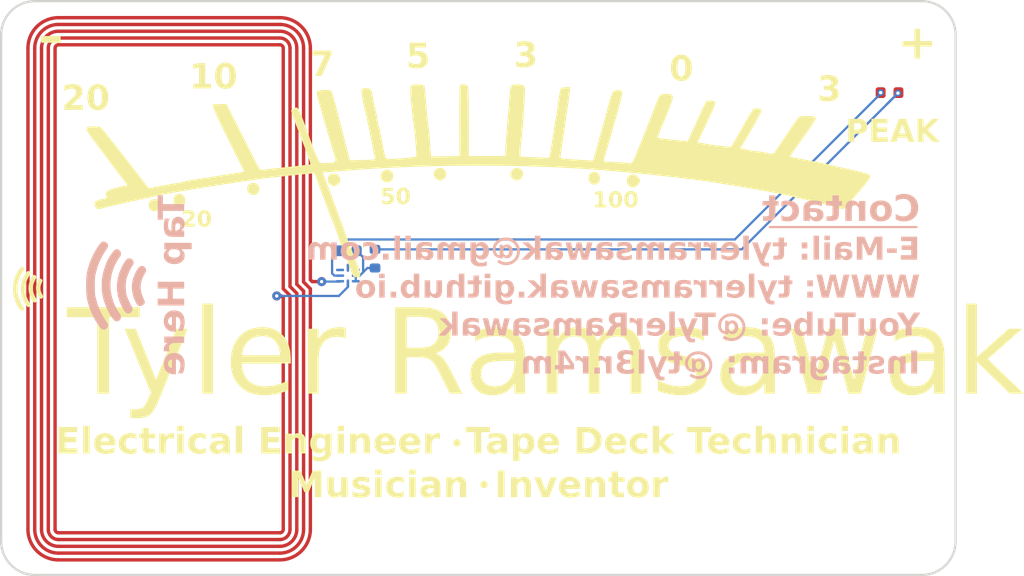
<source format=kicad_pcb>
(kicad_pcb (version 20241229) (generator "pcbnew") (generator_version "9.0")
  (layers (0 "F.Cu" signal) (2 "B.Cu" signal) (13 "F.Paste" user) (15 "B.Paste" user) (5 "F.SilkS" user "F.Silkscreen") (7 "B.SilkS" user "B.Silkscreen") (1 "F.Mask" user) (3 "B.Mask" user) (25 "Edge.Cuts" user))
  (net 0 "")
  (net 1 "Net-(D1-K)")
  (net 2 "Net-(U1-VCC)")
  (net 3 "Net-(D1-A)")
  (net 5 "Net-(U1-LB)")
  (net 6 "Net-(U1-LA)")
  (footprint "LED_SMD:LED_0603_1608Metric" (layer "F.Cu") (at 160.4 72.1)
    (property "Reference" "D1" (hide yes))
    (property "Value" "LED")
    (pad "1" smd roundrect (at -0.7875 0) (size 0.875 0.95) (layers "F.Cu" "F.Mask" "F.Paste") (net 1 "Net-(D1-K)"))
    (pad "2" smd roundrect (at 0.7875 0) (size 0.875 0.95) (layers "F.Cu" "F.Mask" "F.Paste") (net 3 "Net-(D1-A)"))
  )
  (footprint "card:VU_logo" (layer "F.Cu") (at 123.754024 86.852143)
    (property "Reference" "G***" (hide yes))
    (property "Value" "LOGO" (hide yes))
    (fp_poly (pts (xy -26.09106 -5.791829) (xy -25.882271 -5.670644) (xy -25.735281 -5.436045) (xy -25.696194 -5.26693) (xy -25.72743 -4.976556) (xy -25.877685 -4.770471) (xy -26.108965 -4.669563) (xy -26.38327 -4.694721) (xy -26.566495 -4.788468) (xy -26.722183 -4.987339) (xy -26.754667 -5.195619) (xy -26.693453 -5.501494) (xy -26.536129 -5.704594) (xy -26.322172 -5.802259)) (fill yes) (layer "F.SilkS"))
    (fp_poly (pts (xy -19.363106 -6.689991) (xy -19.274789 -6.6185) (xy -19.153557 -6.381903) (xy -19.144688 -6.112738) (xy -19.244147 -5.879364) (xy -19.322839 -5.804468) (xy -19.559938 -5.689605) (xy -19.799206 -5.705549) (xy -19.981334 -5.781679) (xy -20.154349 -5.952946) (xy -20.227558 -6.20183) (xy -20.191492 -6.462724) (xy -20.101167 -6.61192) (xy -19.885215 -6.740547) (xy -19.613621 -6.766775)) (fill yes) (layer "F.SilkS"))
    (fp_poly (pts (xy 14.15787 -7.46772) (xy 14.375378 -7.300746) (xy 14.526743 -7.088215) (xy 14.562666 -6.942667) (xy 14.490662 -6.730114) (xy 14.312846 -6.525869) (xy 14.086514 -6.383733) (xy 13.931515 -6.35) (xy 13.709327 -6.409017) (xy 13.546666 -6.519334) (xy 13.405271 -6.760104) (xy 13.391031 -7.029181) (xy 13.486107 -7.279474) (xy 13.672663 -7.463888) (xy 13.931515 -7.535334)) (fill yes) (layer "F.SilkS"))
    (fp_poly (pts (xy -28.056478 -5.252877) (xy -27.988381 -5.200953) (xy -27.875516 -4.981347) (xy -27.872652 -4.709597) (xy -27.97644 -4.459359) (xy -28.024667 -4.402667) (xy -28.260581 -4.265615) (xy -28.531865 -4.245925) (xy -28.76977 -4.344857) (xy -28.815878 -4.388167) (xy -28.931352 -4.620542) (xy -28.943042 -4.895472) (xy -28.852354 -5.136024) (xy -28.801167 -5.193878) (xy -28.575784 -5.305569) (xy -28.30083 -5.325468)) (fill yes) (layer "F.SilkS"))
    (fp_poly (pts (xy -2.835877 -8.002838) (xy -2.75728 -7.929643) (xy -2.577873 -7.675612) (xy -2.566416 -7.432822) (xy -2.723005 -7.190183) (xy -2.76403 -7.150291) (xy -3.00723 -6.980415) (xy -3.231854 -6.965418) (xy -3.483144 -7.10333) (xy -3.502249 -7.118146) (xy -3.684285 -7.348292) (xy -3.723913 -7.605526) (xy -3.632891 -7.846885) (xy -3.422976 -8.029403) (xy -3.234993 -8.094835) (xy -3.018278 -8.102861)) (fill yes) (layer "F.SilkS"))
    (fp_poly (pts (xy 3.742992 -8.094835) (xy 4.033786 -7.96969) (xy 4.194304 -7.756675) (xy 4.213615 -7.488052) (xy 4.080784 -7.196083) (xy 4.057854 -7.165752) (xy 3.828504 -6.982195) (xy 3.571181 -6.960906) (xy 3.307687 -7.1023) (xy 3.255818 -7.150485) (xy 3.082299 -7.40166) (xy 3.076577 -7.648339) (xy 3.238795 -7.90236) (xy 3.265279 -7.929643) (xy 3.456805 -8.078838) (xy 3.650424 -8.108841)) (fill yes) (layer "F.SilkS"))
    (fp_poly (pts (xy -12.192958 -7.491837) (xy -12.031786 -7.304409) (xy -11.964731 -7.072947) (xy -12.007876 -6.83423) (xy -12.177304 -6.625032) (xy -12.283224 -6.558276) (xy -12.45885 -6.469195) (xy -12.56321 -6.447435) (xy -12.679333 -6.490552) (xy -12.783261 -6.543548) (xy -12.993882 -6.725361) (xy -13.093785 -6.968577) (xy -13.085287 -7.224764) (xy -12.970705 -7.445492) (xy -12.752356 -7.582328) (xy -12.733323 -7.587494) (xy -12.432165 -7.598458)) (fill yes) (layer "F.SilkS"))
    (fp_poly (pts (xy 10.77404 -7.683799) (xy 10.789749 -7.67356) (xy 10.951605 -7.477153) (xy 11.014978 -7.208024) (xy 10.975314 -6.934344) (xy 10.851833 -6.744123) (xy 10.610822 -6.62242) (xy 10.346057 -6.629248) (xy 10.130788 -6.758834) (xy 10.035919 -6.946612) (xy 9.991184 -7.198442) (xy 9.990666 -7.22587) (xy 10.012516 -7.44645) (xy 10.109795 -7.57976) (xy 10.281749 -7.676881) (xy 10.484671 -7.761568) (xy 10.62139 -7.764053)) (fill yes) (layer "F.SilkS"))
    (fp_poly (pts (xy -7.698998 -7.908892) (xy -7.484072 -7.794419) (xy -7.34613 -7.670826) (xy -7.283328 -7.447479) (xy -7.317916 -7.180788) (xy -7.437595 -6.956413) (xy -7.450667 -6.942667) (xy -7.700072 -6.794568) (xy -7.971522 -6.805189) (xy -8.23449 -6.972282) (xy -8.263824 -7.002522) (xy -8.41243 -7.21528) (xy -8.430395 -7.41707) (xy -8.423982 -7.447022) (xy -8.314835 -7.663332) (xy -8.130467 -7.850946) (xy -7.931635 -7.951904) (xy -7.889601 -7.956785)) (fill yes) (layer "F.SilkS"))
    (fp_poly (pts (xy -0.835731 -15.446568) (xy -0.689489 -15.345163) (xy -0.680313 -15.330233) (xy -0.654904 -15.195776) (xy -0.633531 -14.899826) (xy -0.616409 -14.450183) (xy -0.603752 -13.854643) (xy -0.595777 -13.121005) (xy -0.592698 -12.257068) (xy -0.592667 -12.155233) (xy -0.592667 -9.144) (xy 1.016 -9.144) (xy 2.624666 -9.144) (xy 2.625798 -9.5885) (xy 2.633563 -9.800981) (xy 2.654697 -10.151395) (xy 2.68698 -10.609062) (xy 2.72819 -11.1433) (xy 2.776106 -11.723429) (xy 2.802021 -12.022667) (xy 2.85462 -12.62882) (xy 2.904384 -13.217945) (xy 2.948532 -13.755907) (xy 2.984283 -14.20857) (xy 3.008856 -14.541798) (xy 3.015431 -14.642123) (xy 3.044309 -14.961226) (xy 3.084872 -15.217795) (xy 3.128897 -15.361389) (xy 3.133826 -15.368398) (xy 3.276008 -15.43687) (xy 3.522081 -15.474562) (xy 3.809225 -15.480385) (xy 4.074621 -15.453248) (xy 4.25545 -15.392061) (xy 4.261307 -15.38797) (xy 4.308556 -15.346476) (xy 4.343147 -15.286721) (xy 4.365249 -15.188138) (xy 4.375027 -15.030165) (xy 4.372648 -14.792236) (xy 4.358278 -14.453787) (xy 4.332084 -13.994253) (xy 4.294233 -13.393072) (xy 4.279334 -13.161967) (xy 4.237747 -12.548598) (xy 4.194403 -11.96246) (xy 4.151834 -11.434036) (xy 4.112571 -10.993806) (xy 4.079143 -10.672253) (xy 4.061693 -10.541) (xy 4.014701 -10.15945) (xy 3.985117 -9.751996) (xy 3.979972 -9.558731) (xy 3.979333 -9.084462) (xy 5.1435 -9.037544) (xy 5.578378 -9.018321) (xy 5.957854 -8.99838) (xy 6.247008 -8.979787) (xy 6.410923 -8.964608) (xy 6.428704 -8.96148) (xy 6.477512 -8.984044) (xy 6.526309 -9.088153) (xy 6.579259 -9.292163) (xy 6.640526 -9.614431) (xy 6.714276 -10.073313) (xy 6.777451 -10.498667) (xy 6.856463 -11.031682) (xy 6.93471 -11.540851) (xy 7.00625 -11.988851) (xy 7.065143 -12.338357) (xy 7.100932 -12.530667) (xy 7.163836 -12.867155) (xy 7.215938 -13.198358) (xy 7.233182 -13.335) (xy 7.288564 -13.789132) (xy 7.353575 -14.228585) (xy 7.421826 -14.618003) (xy 7.486925 -14.922025) (xy 7.542482 -15.105294) (xy 7.558335 -15.134167) (xy 7.687774 -15.198709) (xy 7.916181 -15.236184) (xy 8.019892 -15.24) (xy 8.39905 -15.24) (xy 8.356716 -14.880167) (xy 8.33646 -14.728142) (xy 8.294977 -14.432284) (xy 8.235706 -14.016286) (xy 8.162083 -13.503841) (xy 8.077549 -12.918644) (xy 7.985542 -12.284387) (xy 7.8895 -11.624765) (xy 7.792862 -10.963472) (xy 7.699066 -10.3242) (xy 7.611551 -9.730643) (xy 7.533755 -9.206496) (xy 7.518206 -9.102318) (xy 7.521635 -9.014714) (xy 7.586046 -8.957808) (xy 7.744654 -8.91942) (xy 8.030675 -8.887376) (xy 8.128 -8.878754) (xy 8.517006 -8.848734) (xy 8.989297 -8.817486) (xy 9.458959 -8.790584) (xy 9.581291 -8.784445) (xy 10.399583 -8.745017) (xy 10.484876 -9.050342) (xy 10.538352 -9.240297) (xy 10.627379 -9.554932) (xy 10.741134 -9.956063) (xy 10.868795 -10.405511) (xy 10.919358 -10.583334) (xy 11.081456 -11.159809) (xy 11.263355 -11.817224) (xy 11.4426 -12.47388) (xy 11.594237 -13.038667) (xy 11.755266 -13.643096) (xy 11.882428 -14.103807) (xy 11.985371 -14.440732) (xy 12.073739 -14.673801) (xy 12.157178 -14.822945) (xy 12.245333 -14.908094) (xy 12.34785 -14.949179) (xy 12.474374 -14.96613) (xy 12.52904 -14.970264) (xy 12.772168 -14.968781) (xy 12.944612 -14.9331) (xy 12.975276 -14.913924) (xy 12.995865 -14.860245) (xy 12.994734 -14.751606) (xy 12.968733 -14.575405) (xy 12.914714 -14.31904) (xy 12.829527 -13.969908) (xy 12.710024 -13.515406) (xy 12.553056 -12.942932) (xy 12.355475 -12.239884) (xy 12.114131 -11.39366) (xy 11.9726 -10.900876) (xy 11.806499 -10.322503) (xy 11.656913 -9.799575) (xy 11.529923 -9.353515) (xy 11.431609 -9.005749) (xy 11.368053 -8.777702) (xy 11.345334 -8.690799) (xy 11.345333 -8.690748) (xy 11.424618 -8.675142) (xy 11.641347 -8.653923) (xy 11.963832 -8.629709) (xy 12.360384 -8.605119) (xy 12.424833 -8.60153) (xy 12.849868 -8.575695) (xy 13.225222 -8.548228) (xy 13.512064 -8.522286) (xy 13.671567 -8.501027) (xy 13.677421 -8.499683) (xy 13.76897 -8.499009) (xy 13.852709 -8.565295) (xy 13.947514 -8.725822) (xy 14.072263 -9.007869) (xy 14.134587 -9.160359) (xy 14.277289 -9.5113) (xy 14.409242 -9.831712) (xy 14.508046 -10.067326) (xy 14.529753 -10.117667) (xy 14.621868 -10.337421) (xy 14.761209 -10.681264) (xy 14.93433 -11.115192) (xy 15.127782 -11.605205) (xy 15.328119 -12.1173) (xy 15.521893 -12.617476) (xy 15.634741 -12.911667) (xy 15.775267 -13.275273) (xy 15.906375 -13.606705) (xy 16.007694 -13.854773) (xy 16.039076 -13.927667) (xy 16.139227 -14.171267) (xy 16.209892 -14.37197) (xy 16.321634 -14.536261) (xy 16.546179 -14.622941) (xy 16.903171 -14.638339) (xy 17.016168 -14.631738) (xy 17.239868 -14.604827) (xy 17.386931 -14.547755) (xy 17.458823 -14.438415) (xy 17.457014 -14.2547) (xy 17.382972 -13.974503) (xy 17.238164 -13.575719) (xy 17.108197 -13.245974) (xy 16.938251 -12.823153) (xy 16.780991 -12.436404) (xy 16.651847 -12.123369) (xy 16.566251 -11.921689) (xy 16.554644 -11.895667) (xy 16.456942 -11.667008) (xy 16.336286 -11.366528) (xy 16.271866 -11.199324) (xy 16.104574 -10.756981) (xy 16.370787 -10.70983) (xy 16.556754 -10.683344) (xy 16.868415 -10.645728) (xy 17.262895 -10.601917) (xy 17.697318 -10.556849) (xy 17.713235 -10.555259) (xy 18.789471 -10.447837) (xy 18.892582 -10.706085) (xy 18.973096 -10.895609) (xy 19.103417 -11.189479) (xy 19.26165 -11.538636) (xy 19.347957 -11.726334) (xy 19.551741 -12.168002) (xy 19.778001 -12.659698) (xy 19.985152 -13.111023) (xy 20.029561 -13.208) (xy 20.182622 -13.529596) (xy 20.318327 -13.791633) (xy 20.41642 -13.956019) (xy 20.445284 -13.989871) (xy 20.615687 -14.047496) (xy 20.845867 -14.055401) (xy 21.066365 -14.019658) (xy 21.20772 -13.946343) (xy 21.222941 -13.921867) (xy 21.210297 -13.792702) (xy 21.135292 -13.551375) (xy 21.01139 -13.237131) (xy 20.910701 -13.011701) (xy 20.717487 -12.59844) (xy 20.486297 -12.104374) (xy 20.251064 -11.602003) (xy 20.106409 -11.293278) (xy 19.665317 -10.352221) (xy 20.225491 -10.252689) (xy 20.714667 -10.170851) (xy 21.204396 -10.09785) (xy 21.664912 -10.037141) (xy 22.066449 -9.992181) (xy 22.379241 -9.966425) (xy 22.573522 -9.963329) (xy 22.621606 -9.974502) (xy 22.67861 -10.062494) (xy 22.80564 -10.275923) (xy 22.989813 -10.592577) (xy 23.218251 -10.990246) (xy 23.478071 -11.446716) (xy 23.588395 -11.641667) (xy 23.858989 -12.116212) (xy 24.105964 -12.541027) (xy 24.315945 -12.893772) (xy 24.475555 -13.152106) (xy 24.571418 -13.293687) (xy 24.588789 -13.312537) (xy 24.76681 -13.367264) (xy 25.002661 -13.369821) (xy 25.212986 -13.325083) (xy 25.29813 -13.271062) (xy 25.318151 -13.231055) (xy 25.31667 -13.168656) (xy 25.285824 -13.068535) (xy 25.217753 -12.91536) (xy 25.104597 -12.693802) (xy 24.938493 -12.388528) (xy 24.711582 -11.984208) (xy 24.416003 -11.46551) (xy 24.043894 -10.817104) (xy 24.006846 -10.752667) (xy 23.837984 -10.464155) (xy 23.679351 -10.201594) (xy 23.591267 -10.062001) (xy 23.443457 -9.837001) (xy 24.036275 -9.702168) (xy 24.369664 -9.633825) (xy 24.669237 -9.585289) (xy 24.86638 -9.567265) (xy 25.066413 -9.550015) (xy 25.368261 -9.504723) (xy 25.708634 -9.440962) (xy 25.728241 -9.436895) (xy 26.029287 -9.377604) (xy 26.25659 -9.339477) (xy 26.368129 -9.329411) (xy 26.372685 -9.331131) (xy 26.423531 -9.405376) (xy 26.555235 -9.600134) (xy 26.754267 -9.895331) (xy 27.007099 -10.270892) (xy 27.300203 -10.706743) (xy 27.473304 -10.964334) (xy 27.787209 -11.428302) (xy 28.073645 -11.845482) (xy 28.317969 -12.195049) (xy 28.50554 -12.456173) (xy 28.621715 -12.608028) (xy 28.649193 -12.636992) (xy 28.774284 -12.664566) (xy 29.020587 -12.680256) (xy 29.340232 -12.681435) (xy 29.42073 -12.679325) (xy 29.767708 -12.662295) (xy 29.978677 -12.633261) (xy 30.086909 -12.584377) (xy 30.124698 -12.513341) (xy 30.116981 -12.450655) (xy 30.071164 -12.344299) (xy 29.979022 -12.181912) (xy 29.832331 -11.951135) (xy 29.622864 -11.639607) (xy 29.342397 -11.23497) (xy 28.982706 -10.724863) (xy 28.535563 -10.096928) (xy 28.263657 -9.716797) (xy 28.076226 -9.451268) (xy 27.934127 -9.242742) (xy 27.860593 -9.125581) (xy 27.855333 -9.112834) (xy 27.869089 -9.09441) (xy 27.923779 -9.072154) (xy 28.039536 -9.041743) (xy 28.236493 -8.99885) (xy 28.534783 -8.939153) (xy 28.954538 -8.858326) (xy 29.515892 -8.752046) (xy 29.67206 -8.722622) (xy 30.150263 -8.630474) (xy 30.587797 -8.542288) (xy 30.949484 -8.465447) (xy 31.200144 -8.407329) (xy 31.280727 -8.385129) (xy 31.46204 -8.336018) (xy 31.767282 -8.263092) (xy 32.154402 -8.176058) (xy 32.581345 -8.084621) (xy 32.596666 -8.081424) (xy 33.279741 -7.93326) (xy 33.865722 -7.794471) (xy 34.338572 -7.669402) (xy 34.682251 -7.562396) (xy 34.880721 -7.477797) (xy 34.913266 -7.453934) (xy 34.951287 -7.382769) (xy 34.93743 -7.278978) (xy 34.860776 -7.126154) (xy 34.710408 -6.907892) (xy 34.475407 -6.607784) (xy 34.144854 -6.209424) (xy 33.868717 -5.884334) (xy 33.545426 -5.505677) (xy 33.249518 -5.158729) (xy 33.003284 -4.869655) (xy 32.829016 -4.66462) (xy 32.761345 -4.584584) (xy 32.610448 -4.457034) (xy 32.481344 -4.428807) (xy 32.480756 -4.429029) (xy 32.337101 -4.473176) (xy 32.059182 -4.549538) (xy 31.677307 -4.650465) (xy 31.221784 -4.768304) (xy 30.722921 -4.895405) (xy 30.211028 -5.024116) (xy 29.716412 -5.146784) (xy 29.269382 -5.255759) (xy 28.900247 -5.343388) (xy 28.639314 -5.402021) (xy 28.575 -5.415075) (xy 28.272364 -5.480404) (xy 28.017495 -5.548488) (xy 27.897666 -5.591135) (xy 27.768873 -5.62686) (xy 27.49306 -5.686327) (xy 27.090324 -5.765965) (xy 26.580762 -5.862204) (xy 25.98447 -5.971472) (xy 25.321545 -6.090198) (xy 24.612083 -6.21481) (xy 23.876181 -6.341738) (xy 23.133936 -6.46741) (xy 22.405443 -6.588256) (xy 21.7108 -6.700703) (xy 21.209 -6.779726) (xy 20.12756 -6.937641) (xy 18.907313 -7.098325) (xy 17.578679 -7.258644) (xy 16.172081 -7.415467) (xy 14.71794 -7.565661) (xy 13.246679 -7.706093) (xy 11.78872 -7.833631) (xy 10.374484 -7.945142) (xy 9.034394 -8.037492) (xy 8.932333 -8.043895) (xy 6.726098 -8.158764) (xy 4.410249 -8.237247) (xy 2.019362 -8.279737) (xy -0.411985 -8.286631) (xy -2.849215 -8.258321) (xy -5.25775 -8.195204) (xy -7.603014 -8.097674) (xy -9.850429 -7.966124) (xy -11.908518 -7.806012) (xy -13.530035 -7.662334) (xy -13.36466 -7.239) (xy -13.252193 -6.946183) (xy -13.090798 -6.519088) (xy -12.889677 -5.982485) (xy -12.658029 -5.36114) (xy -12.405056 -4.679821) (xy -12.139956 -3.963296) (xy -11.871931 -3.236331) (xy -11.610181 -2.523694) (xy -11.422072 -2.009549) (xy -11.300677 -1.684834) (xy -11.135461 -1.253569) (xy -10.945957 -0.76624) (xy -10.751697 -0.273332) (xy -10.702711 -0.150218) (xy -10.533366 0.289282) (xy -10.388825 0.692598) (xy -10.280786 1.024878) (xy -10.220949 1.251269) (xy -10.212878 1.308997) (xy -10.226635 1.491963) (xy -10.323011 1.56955) (xy -10.463545 1.591823) (xy -10.675777 1.577066) (xy -10.813631 1.507156) (xy -10.878639 1.385125) (xy -10.984219 1.142279) (xy -11.114132 0.817324) (xy -11.215064 0.550333) (xy -11.385164 0.093368) (xy -11.572551 -0.404062) (xy -11.74602 -0.859302) (xy -11.80643 -1.016) (xy -11.95484 -1.408118) (xy -12.099662 -1.805914) (xy -12.214674 -2.137006) (xy -12.235845 -2.201334) (xy -12.324943 -2.457381) (xy -12.460685 -2.823962) (xy -12.625613 -3.254877) (xy -12.802267 -3.703927) (xy -12.827765 -3.767667) (xy -13.020003 -4.256137) (xy -13.244534 -4.840884) (xy -13.477315 -5.458497) (xy -13.694301 -6.045566) (xy -13.758781 -6.223) (xy -13.920729 -6.669552) (xy -14.062166 -7.056807) (xy -14.173353 -7.35832) (xy -14.24455 -7.547643) (xy -14.266071 -7.60044) (xy -14.351793 -7.599213) (xy -14.579961 -7.582071) (xy -14.924705 -7.551657) (xy -15.360158 -7.510612) (xy -15.86045 -7.461579) (xy -16.399713 -7.4072) (xy -16.952079 -7.350115) (xy -17.49168 -7.292968) (xy -17.992647 -7.238399) (xy -18.429111 -7.189052) (xy -18.775204 -7.147567) (xy -19.005057 -7.116588) (xy -19.007667 -7.116189) (xy -19.249489 -7.079722) (xy -19.623632 -7.024013) (xy -20.094861 -6.954276) (xy -20.627938 -6.875725) (xy -21.187628 -6.793571) (xy -21.251334 -6.784242) (xy -21.927378 -6.683351) (xy -22.652544 -6.571749) (xy -23.407331 -6.452732) (xy -24.172236 -6.329596) (xy -24.927755 -6.205637) (xy -25.654388 -6.084151) (xy -26.332631 -5.968434) (xy -26.942983 -5.861783) (xy -27.46594 -5.767494) (xy -27.882001 -5.688862) (xy -28.171662 -5.629184) (xy -28.315422 -5.591757) (xy -28.321 -5.589376) (xy -28.491367 -5.533549) (xy -28.765641 -5.468479) (xy -29.040667 -5.41604) (xy -29.257932 -5.373976) (xy -29.60764 -5.300114) (xy -30.057493 -5.201813) (xy -30.57519 -5.086433) (xy -31.128431 -4.961331) (xy -31.684916 -4.833866) (xy -32.212346 -4.711397) (xy -32.67842 -4.601282) (xy -33.050838 -4.51088) (xy -33.297301 -4.44755) (xy -33.322248 -4.440603) (xy -33.513868 -4.453045) (xy -33.654205 -4.619075) (xy -33.727174 -4.837479) (xy -33.743156 -5.003955) (xy -33.679402 -5.122899) (xy -33.509207 -5.214485) (xy -33.205866 -5.298884) (xy -33.079007 -5.327089) (xy -32.80809 -5.39299) (xy -32.677905 -5.450194) (xy -32.661571 -5.514075) (xy -32.686295 -5.551645) (xy -32.744427 -5.721448) (xy -32.734529 -5.871202) (xy -32.662675 -5.992889) (xy -32.498966 -6.105139) (xy -32.224013 -6.215888) (xy -31.818424 -6.333073) (xy -31.310898 -6.453915) (xy -30.829462 -6.561667) (xy -32.143375 -8.297334) (xy -32.692192 -9.022732) (xy -33.147217 -9.62547) (xy -33.517159 -10.117673) (xy -33.81073 -10.511465) (xy -34.036642 -10.818969) (xy -34.203605 -11.05231) (xy -34.320331 -11.223611) (xy -34.395532 -11.344996) (xy -34.437917 -11.428591) (xy -34.4562 -11.486517) (xy -34.459334 -11.520604) (xy -34.391143 -11.673223) (xy -34.325409 -11.717275) (xy -34.11511 -11.758339) (xy -33.82729 -11.768649) (xy -33.527306 -11.751281) (xy -33.280515 -11.709313) (xy -33.168715 -11.662834) (xy -33.069748 -11.559591) (xy -32.873443 -11.326978) (xy -32.57911 -10.964126) (xy -32.186061 -10.470165) (xy -31.693609 -9.844227) (xy -31.101064 -9.085443) (xy -30.407739 -8.192943) (xy -29.856273 -7.48066) (xy -28.936212 -6.290892) (xy -28.54394 -6.367323) (xy -27.774756 -6.514733) (xy -27.161212 -6.626938) (xy -26.706735 -6.703329) (xy -26.458334 -6.738442) (xy -26.179236 -6.785) (xy -25.935903 -6.846811) (xy -25.908 -6.856456) (xy -25.736982 -6.901423) (xy -25.444551 -6.960663) (xy -25.077036 -7.025278) (xy -24.807334 -7.067829) (xy -24.38192 -7.132903) (xy -23.85227 -7.215633) (xy -23.281223 -7.306118) (xy -22.73162 -7.394459) (xy -22.648334 -7.407983) (xy -22.162346 -7.486624) (xy -21.696946 -7.561205) (xy -21.295868 -7.624767) (xy -21.002848 -7.670352) (xy -20.933883 -7.680777) (xy -20.489432 -7.747) (xy -21.886383 -10.569095) (xy -22.275275 -11.358017) (xy -22.591863 -12.008636) (xy -22.841335 -12.533211) (xy -23.028877 -12.944002) (xy -23.159679 -13.253268) (xy -23.238927 -13.473267) (xy -23.27181 -13.616258) (xy -23.263514 -13.694501) (xy -23.219834 -13.720217) (xy -23.107965 -13.724726) (xy -22.878361 -13.73235) (xy -22.606 -13.740682) (xy -22.055667 -13.75693) (xy -21.027677 -11.725632) (xy -20.724772 -11.126493) (xy -20.420166 -10.522901) (xy -20.130442 -9.947797) (xy -19.872183 -9.434121) (xy -19.661973 -9.014812) (xy -19.549659 -8.789787) (xy -19.355878 -8.405986) (xy -19.216137 -8.150952) (xy -19.11186 -8.00048) (xy -19.024467 -7.930366) (xy -18.935381 -7.916406) (xy -18.884316 -7.922933) (xy -18.735027 -7.94332) (xy -18.447385 -7.977669) (xy -18.051474 -8.022575) (xy -17.577382 -8.074627) (xy -17.055193 -8.13042) (xy -17.018 -8.134337) (xy -16.493953 -8.189547) (xy -16.016199 -8.240016) (xy -15.614733 -8.282564) (xy -15.319552 -8.314011) (xy -15.160651 -8.331179) (xy -15.155334 -8.331772) (xy -14.905891 -8.356527) (xy -14.756823 -8.368748) (xy -14.67338 -8.379937) (xy -14.631762 -8.418714) (xy -14.63566 -8.514835) (xy -14.688764 -8.698058) (xy -14.794763 -8.99814) (xy -14.855574 -9.165167) (xy -15.006442 -9.572409) (xy -15.193636 -10.068212) (xy -15.391019 -10.583746) (xy -15.538777 -10.964334) (xy -15.713986 -11.417769) (xy -15.888534 -11.879337) (xy -16.041019 -12.2919) (xy -16.141328 -12.573) (xy -16.346271 -13.165667) (xy -16.160364 -13.31739) (xy -15.978942 -13.421201) (xy -15.841142 -13.443438) (xy -15.745929 -13.362654) (xy -15.617826 -13.146643) (xy -15.45389 -12.788841) (xy -15.251179 -12.282685) (xy -15.006748 -11.621613) (xy -14.93829 -11.43) (xy -14.636187 -10.590691) (xy -14.380462 -9.905477) (xy -14.167791 -9.36658) (xy -13.994849 -8.966222) (xy -13.858313 -8.696623) (xy -13.754857 -8.550004) (xy -13.69297 -8.516056) (xy -13.530031 -8.522555) (xy -13.265983 -8.531793) (xy -13.059834 -8.538519) (xy -12.704231 -8.55928) (xy -12.494222 -8.610867) (xy -12.406158 -8.71866) (xy -12.416386 -8.908041) (xy -12.485543 -9.15481) (xy -12.706759 -9.8628) (xy -12.893127 -10.470952) (xy -13.062817 -11.040245) (xy -13.234001 -11.631659) (xy -13.424851 -12.306174) (xy -13.428451 -12.319) (xy -13.57003 -12.823046) (xy -13.708864 -13.316681) (xy -13.832735 -13.756513) (xy -13.929427 -14.099148) (xy -13.964769 -14.224) (xy -14.050514 -14.582558) (xy -14.063688 -14.803914) (xy -14.035058 -14.880167) (xy -13.895058 -14.942891) (xy -13.613919 -14.978908) (xy -13.364871 -14.986) (xy -13.05397 -14.981277) (xy -12.869776 -14.958173) (xy -12.769738 -14.903288) (xy -12.711304 -14.803221) (xy -12.700986 -14.776927) (xy -12.657696 -14.641244) (xy -12.582768 -14.377629) (xy -12.474803 -13.980785) (xy -12.3324 -13.445414) (xy -12.154159 -12.766218) (xy -11.938681 -11.9379) (xy -11.684566 -10.955162) (xy -11.436167 -9.990667) (xy -11.120459 -8.763) (xy -10.027124 -8.790496) (xy -9.616932 -8.802239) (xy -9.273701 -8.814776) (xy -9.029742 -8.826726) (xy -8.917365 -8.836707) (xy -8.913692 -8.838087) (xy -8.923505 -8.923096) (xy -8.962631 -9.146702) (xy -9.025595 -9.48178) (xy -9.106921 -9.901207) (xy -9.201133 -10.377857) (xy -9.302757 -10.884608) (xy -9.406315 -11.394334) (xy -9.506334 -11.879911) (xy -9.597337 -12.314214) (xy -9.673849 -12.67012) (xy -9.730394 -12.920505) (xy -9.761496 -13.038243) (xy -9.761663 -13.038667) (xy -9.814973 -13.216897) (xy -9.880659 -13.499817) (xy -9.951097 -13.84531) (xy -10.018668 -14.211259) (xy -10.075751 -14.555547) (xy -10.114723 -14.836056) (xy -10.127965 -15.01067) (xy -10.124158 -15.041949) (xy -10.007893 -15.120725) (xy -9.751949 -15.154537) (xy -9.694896 -15.155334) (xy -9.490899 -15.144269) (xy -9.346343 -15.092848) (xy -9.244367 -14.973728) (xy -9.168112 -14.759569) (xy -9.100717 -14.423028) (xy -9.051623 -14.112153) (xy -8.996123 -13.785759) (xy -8.938073 -13.508028) (xy -8.889791 -13.337709) (xy -8.888676 -13.335) (xy -8.839326 -13.167806) (xy -8.778398 -12.892907) (xy -8.719637 -12.573) (xy -8.658767 -12.233033) (xy -8.595717 -11.924795) (xy -8.547156 -11.726334) (xy -8.478579 -11.465878) (xy -8.433737 -11.260667) (xy -8.35842 -10.85903) (xy -8.274891 -10.424701) (xy -8.190372 -9.993934) (xy -8.112082 -9.602981) (xy -8.04724 -9.288094) (xy -8.003066 -9.085526) (xy -7.991128 -9.038167) (xy -7.937551 -8.956637) (xy -7.812327 -8.911119) (xy -7.577577 -8.89242) (xy -7.381462 -8.890239) (xy -7.102129 -8.898666) (xy -6.74966 -8.92108) (xy -6.363362 -8.953467) (xy -5.982546 -8.991816) (xy -5.64652 -9.032114) (xy -5.394594 -9.07035) (xy -5.266076 -9.10251) (xy -5.259601 -9.106815) (xy -5.25216 -9.200779) (xy -5.259887 -9.429902) (xy -5.279974 -9.760964) (xy -5.309615 -10.16075) (xy -5.346 -10.59604) (xy -5.386323 -11.033616) (xy -5.427775 -11.440261) (xy -5.46755 -11.782757) (xy -5.502839 -12.027885) (xy -5.509635 -12.065) (xy -5.545138 -12.295754) (xy -5.589037 -12.655159) (xy -5.636922 -13.10302) (xy -5.684384 -13.599138) (xy -5.709324 -13.885334) (xy -5.755056 -14.44941) (xy -5.778271 -14.866083) (xy -5.770246 -15.156722) (xy -5.722257 -15.342693) (xy -5.62558 -15.445364) (xy -5.471491 -15.486105) (xy -5.251265 -15.486282) (xy -5.060616 -15.474226) (xy -4.790907 -15.449652) (xy -4.597651 -15.420526) (xy -4.534455 -15.400011) (xy -4.515247 -15.306735) (xy -4.48597 -15.071078) (xy -4.449362 -14.719507) (xy -4.408158 -14.27849) (xy -4.365095 -13.774494) (xy -4.36018 -13.714099) (xy -4.316391 -13.192635) (xy -4.273737 -12.719773) (xy -4.23512 -12.325097) (xy -4.203444 -12.038193) (xy -4.181612 -11.888644) (xy -4.180615 -11.884431) (xy -4.158176 -11.737706) (xy -4.127257 -11.456626) (xy -4.091236 -11.075756) (xy -4.053491 -10.629657) (xy -4.035609 -10.400616) (xy -3.937 -9.101667) (xy -3.6195 -9.1059) (xy -3.402259 -9.109205) (xy -3.067138 -9.114775) (xy -2.665563 -9.121742) (xy -2.367801 -9.127067) (xy -1.433601 -9.144) (xy -1.442445 -12.232747) (xy -1.443052 -12.941418) (xy -1.440882 -13.597512) (xy -1.436209 -14.181558) (xy -1.429304 -14.674083) (xy -1.420442 -15.055617) (xy -1.409893 -15.306688) (xy -1.397981 -15.407747) (xy -1.263705 -15.485823) (xy -1.051712 -15.496109)) (fill yes) (layer "F.SilkS"))
  )
  (footprint "card:NFC_logo" (layer "F.Cu") (at 84.125 89.465 180)
    (property "Reference" "G***" (hide yes))
    (property "Value" "LOGO" (hide yes))
    (fp_poly (pts (xy -1.092562 -0.868217) (xy -1.028388 -0.82142) (xy -0.962627 -0.741128) (xy -0.893128 -0.625464) (xy -0.850626 -0.542187) (xy -0.765593 -0.32491) (xy -0.718791 -0.102272) (xy -0.71037 0.12324) (xy -0.740479 0.349139) (xy -0.787333 0.514177) (xy -0.835826 0.637858) (xy -0.888059 0.744773) (xy -0.939518 0.826159) (xy -0.961517 0.852432) (xy -1.022878 0.890843) (xy -1.097462 0.898762) (xy -1.17307 0.875251) (xy -1.182985 0.869434) (xy -1.250282 0.811779) (xy -1.283573 0.746301) (xy -1.28657 0.719454) (xy -1.278729 0.687795) (xy -1.257695 0.63072) (xy -1.227197 0.557936) (xy -1.208538 0.516451) (xy -1.13657 0.322363) (xy -1.102235 0.132503) (xy -1.105719 -0.055357) (xy -1.147209 -0.243447) (xy -1.226893 -0.433995) (xy -1.298976 -0.559778) (xy -1.328 -0.617218) (xy -1.343976 -0.671115) (xy -1.34505 -0.683751) (xy -1.328648 -0.756528) (xy -1.286267 -0.822987) (xy -1.228144 -0.867379) (xy -1.224753 -0.868843) (xy -1.1573 -0.883399)) (fill yes) (layer "F.SilkS"))
    (fp_poly (pts (xy -0.508206 -1.192109) (xy -0.497084 -1.183517) (xy -0.42566 -1.105647) (xy -0.348531 -0.990246) (xy -0.266322 -0.838253) (xy -0.263288 -0.832135) (xy -0.152404 -0.569979) (xy -0.080347 -0.30981) (xy -0.047068 -0.050645) (xy -0.052521 0.208498) (xy -0.096658 0.468602) (xy -0.179432 0.73065) (xy -0.186977 0.749858) (xy -0.22547 0.837239) (xy -0.273429 0.932516) (xy -0.325245 1.025794) (xy -0.375309 1.107172) (xy -0.41801 1.166754) (xy -0.432387 1.182884) (xy -0.49683 1.222032) (xy -0.571982 1.227916) (xy -0.647415 1.20003) (xy -0.656881 1.193769) (xy -0.715542 1.131325) (xy -0.74115 1.054208) (xy -0.731954 0.970984) (xy -0.711563 0.925939) (xy -0.658587 0.828635) (xy -0.603683 0.715856) (xy -0.552029 0.599373) (xy -0.508801 0.490956) (xy -0.479176 0.402377) (xy -0.475796 0.389869) (xy -0.453218 0.263512) (xy -0.442136 0.114756) (xy -0.442541 -0.041549) (xy -0.454419 -0.190553) (xy -0.476341 -0.311897) (xy -0.508904 -0.416605) (xy -0.555957 -0.537431) (xy -0.6117 -0.66163) (xy -0.67033 -0.776459) (xy -0.726047 -0.869171) (xy -0.737411 -0.885435) (xy -0.783398 -0.963514) (xy -0.796952 -1.031181) (xy -0.77924 -1.097797) (xy -0.766771 -1.12108) (xy -0.714437 -1.178428) (xy -0.646298 -1.211141) (xy -0.573754 -1.216581)) (fill yes) (layer "F.SilkS"))
    (fp_poly (pts (xy -0.001169 -1.61605) (xy 0.045015 -1.58853) (xy 0.086286 -1.549831) (xy 0.140301 -1.484254) (xy 0.201749 -1.399473) (xy 0.26532 -1.303164) (xy 0.325701 -1.203002) (xy 0.375344 -1.111129) (xy 0.421266 -1.007904) (xy 0.469537 -0.87911) (xy 0.516019 -0.73762) (xy 0.556576 -0.596307) (xy 0.587072 -0.468048) (xy 0.594562 -0.428857) (xy 0.613987 -0.272883) (xy 0.623193 -0.094894) (xy 0.622184 0.089503) (xy 0.610966 0.264701) (xy 0.594289 0.389783) (xy 0.523237 0.681918) (xy 0.413315 0.971575) (xy 0.264567 1.258643) (xy 0.211869 1.345049) (xy 0.14185 1.448716) (xy 0.081483 1.519652) (xy 0.025797 1.561267) (xy -0.030182 1.576971) (xy -0.091427 1.570173) (xy -0.109033 1.565075) (xy -0.170918 1.526886) (xy -0.212032 1.4651) (xy -0.229991 1.390501) (xy -0.222411 1.31387) (xy -0.186909 1.245991) (xy -0.18104 1.239353) (xy -0.142296 1.188424) (xy -0.093505 1.110521) (xy -0.039586 1.014671) (xy 0.014541 0.909898) (xy 0.063956 0.805229) (xy 0.093801 0.735133) (xy 0.172969 0.488689) (xy 0.220019 0.228496) (xy 0.234797 -0.037847) (xy 0.217146 -0.302738) (xy 0.166912 -0.558577) (xy 0.123139 -0.698834) (xy 0.082496 -0.802157) (xy 0.033439 -0.911633) (xy -0.020163 -1.020083) (xy -0.074441 -1.120329) (xy -0.125525 -1.20519) (xy -0.169547 -1.267489) (xy -0.2 -1.298381) (xy -0.213373 -1.323667) (xy -0.225346 -1.372171) (xy -0.227949 -1.388955) (xy -0.223676 -1.47884) (xy -0.187197 -1.551402) (xy -0.121919 -1.600996) (xy -0.093504 -1.611703) (xy -0.041151 -1.623221)) (fill yes) (layer "F.SilkS"))
    (fp_poly (pts (xy 0.630042 -1.929041) (xy 0.665492 -1.897709) (xy 0.744911 -1.800248) (xy 0.830499 -1.673615) (xy 0.917738 -1.526132) (xy 1.002106 -1.366121) (xy 1.079083 -1.201902) (xy 1.14415 -1.041798) (xy 1.169453 -0.969967) (xy 1.218093 -0.81697) (xy 1.25485 -0.682775) (xy 1.28127 -0.557161) (xy 1.298899 -0.429909) (xy 1.309282 -0.290799) (xy 1.313965 -0.129612) (xy 1.314685 -0.009748) (xy 1.312847 0.171) (xy 1.306301 0.32311) (xy 1.293501 0.4568) (xy 1.272903 0.582291) (xy 1.24296 0.709802) (xy 1.202127 0.849554) (xy 1.169453 0.950472) (xy 1.111587 1.105738) (xy 1.039674 1.269049) (xy 0.958235 1.432085) (xy 0.871789 1.586525) (xy 0.784858 1.724046) (xy 0.701961 1.836328) (xy 0.665492 1.878214) (xy 0.596813 1.928481) (xy 0.522917 1.940812) (xy 0.448118 1.915077) (xy 0.409622 1.885993) (xy 0.364264 1.837632) (xy 0.341274 1.790567) (xy 0.341356 1.737911) (xy 0.365209 1.672774) (xy 0.413536 1.58827) (xy 0.444854 1.539978) (xy 0.588849 1.305288) (xy 0.704245 1.075492) (xy 0.796938 0.837317) (xy 0.872826 0.577493) (xy 0.873223 0.575916) (xy 0.891554 0.500094) (xy 0.904997 0.433812) (xy 0.914297 0.368629) (xy 0.920202 0.296101) (xy 0.92346 0.207787) (xy 0.924816 0.095243) (xy 0.925034 -0.009748) (xy 0.924611 -0.145915) (xy 0.922846 -0.251542) (xy 0.91899 -0.335073) (xy 0.912298 -0.404948) (xy 0.902022 -0.469612) (xy 0.887415 -0.537506) (xy 0.873223 -0.595411) (xy 0.797415 -0.855398) (xy 0.704835 -1.093659) (xy 0.589586 -1.323466) (xy 0.445772 -1.55809) (xy 0.444854 -1.559474) (xy 0.3848 -1.655442) (xy 0.349548 -1.72881) (xy 0.338397 -1.786466) (xy 0.350646 -1.835298) (xy 0.385593 -1.882193) (xy 0.409622 -1.905488) (xy 0.483152 -1.951432) (xy 0.558063 -1.959239)) (fill yes) (layer "F.SilkS"))
  )
  (footprint "card:25X48MM_NFC" (layer "F.Cu") (at 96.625 89.465 -90)
    (property "Reference" "AE1" (hide yes))
    (property "Value" "Antenna_Loop")
    (fp_line (start -21.3 12.5) (end 21.3 12.5) (stroke (width 0.3)) (layer "F.Cu"))
    (fp_line (start -21.3 11.9) (end 21.3 11.9) (stroke (width 0.3)) (layer "F.Cu"))
    (fp_line (start -21.3 11.3) (end 21.3 11.3) (stroke (width 0.3)) (layer "F.Cu"))
    (fp_line (start -21.3 10.7) (end 21.3 10.7) (stroke (width 0.3)) (layer "F.Cu"))
    (fp_line (start -21.3 10.1) (end 21.3 10.1) (stroke (width 0.3)) (layer "F.Cu"))
    (fp_line (start 0.635 -9.525) (end 0.635 -9.935) (stroke (width 0.3)) (layer "F.Cu"))
    (fp_line (start -24 -9.8) (end -24 9.8) (stroke (width 0.3)) (layer "F.Cu"))
    (fp_line (start -23.4 -9.8) (end -23.4 9.8) (stroke (width 0.3)) (layer "F.Cu"))
    (fp_line (start -22.8 -9.8) (end -22.8 9.8) (stroke (width 0.3)) (layer "F.Cu"))
    (fp_line (start -22.2 -9.8) (end -22.2 9.8) (stroke (width 0.3)) (layer "F.Cu"))
    (fp_line (start -21.6 -9.8) (end -21.6 9.8) (stroke (width 0.3)) (layer "F.Cu"))
    (fp_line (start 21.6 -9.8) (end 21.6 9.8) (stroke (width 0.3)) (layer "F.Cu"))
    (fp_line (start 22.2 -9.8) (end 22.2 9.8) (stroke (width 0.3)) (layer "F.Cu"))
    (fp_line (start 22.8 -9.8) (end 22.8 9.8) (stroke (width 0.3)) (layer "F.Cu"))
    (fp_line (start 23.4 -9.8) (end 23.4 9.8) (stroke (width 0.3)) (layer "F.Cu"))
    (fp_line (start 24 -9.8) (end 24 9.8) (stroke (width 0.3)) (layer "F.Cu"))
    (fp_line (start 0.635 -9.935) (end 0.8 -10.1) (stroke (width 0.3)) (layer "F.Cu"))
    (fp_line (start -21.3 -10.1) (end 0 -10.1) (stroke (width 0.3)) (layer "F.Cu"))
    (fp_line (start 0 -10.1) (end 0.6 -10.7) (stroke (width 0.3)) (layer "F.Cu"))
    (fp_line (start 21.3 -10.1) (end 0.8 -10.1) (stroke (width 0.3)) (layer "F.Cu"))
    (fp_line (start -21.3 -10.7) (end -0.2 -10.7) (stroke (width 0.3)) (layer "F.Cu"))
    (fp_line (start -0.2 -10.7) (end 0.4 -11.3) (stroke (width 0.3)) (layer "F.Cu"))
    (fp_line (start 21.3 -10.7) (end 0.6 -10.7) (stroke (width 0.3)) (layer "F.Cu"))
    (fp_line (start -21.3 -11.3) (end -0.4 -11.3) (stroke (width 0.3)) (layer "F.Cu"))
    (fp_line (start -0.4 -11.3) (end 0.2 -11.9) (stroke (width 0.3)) (layer "F.Cu"))
    (fp_line (start 0.4 -11.3) (end 21.3 -11.3) (stroke (width 0.3)) (layer "F.Cu"))
    (fp_line (start -21.3 -11.9) (end -0.6 -11.9) (stroke (width 0.3)) (layer "F.Cu"))
    (fp_line (start -0.6 -11.9) (end 0 -12.5) (stroke (width 0.3)) (layer "F.Cu"))
    (fp_line (start 0.2 -11.9) (end 21.3 -11.9) (stroke (width 0.3)) (layer "F.Cu"))
    (fp_line (start -0.8 -12.5) (end -21.3 -12.5) (stroke (width 0.3)) (layer "F.Cu"))
    (fp_line (start 0 -12.5) (end 21.3 -12.5) (stroke (width 0.3)) (layer "F.Cu"))
    (fp_line (start -0.635 -12.665) (end -0.8 -12.5) (stroke (width 0.3)) (layer "F.Cu"))
    (fp_line (start -0.635 -12.665) (end -0.635 -13.5) (stroke (width 0.3)) (layer "F.Cu"))
    (fp_arc (start -21.3 12.5) (mid -23.209188 11.709188) (end -24 9.8) (stroke (width 0.3)) (layer "F.Cu"))
    (fp_arc (start -21.3 11.9) (mid -22.784924 11.284924) (end -23.4 9.8) (stroke (width 0.3)) (layer "F.Cu"))
    (fp_arc (start -21.3 11.3) (mid -22.36066 10.86066) (end -22.8 9.8) (stroke (width 0.3)) (layer "F.Cu"))
    (fp_arc (start -21.3 10.7) (mid -21.936396 10.436396) (end -22.2 9.8) (stroke (width 0.3)) (layer "F.Cu"))
    (fp_arc (start -21.3 10.1) (mid -21.512132 10.012132) (end -21.6 9.8) (stroke (width 0.3)) (layer "F.Cu"))
    (fp_arc (start 21.6 9.8) (mid 21.512132 10.012132) (end 21.3 10.1) (stroke (width 0.3)) (layer "F.Cu"))
    (fp_arc (start 22.2 9.8) (mid 21.936396 10.436396) (end 21.3 10.7) (stroke (width 0.3)) (layer "F.Cu"))
    (fp_arc (start 22.8 9.8) (mid 22.36066 10.86066) (end 21.3 11.3) (stroke (width 0.3)) (layer "F.Cu"))
    (fp_arc (start 23.4 9.8) (mid 22.784924 11.284924) (end 21.3 11.9) (stroke (width 0.3)) (layer "F.Cu"))
    (fp_arc (start 24 9.8) (mid 23.209188 11.709188) (end 21.3 12.5) (stroke (width 0.3)) (layer "F.Cu"))
    (fp_arc (start -24 -9.8) (mid -23.209188 -11.709188) (end -21.3 -12.5) (stroke (width 0.3)) (layer "F.Cu"))
    (fp_arc (start -23.4 -9.8) (mid -22.784924 -11.284924) (end -21.3 -11.9) (stroke (width 0.3)) (layer "F.Cu"))
    (fp_arc (start -22.8 -9.8) (mid -22.36066 -10.86066) (end -21.3 -11.3) (stroke (width 0.3)) (layer "F.Cu"))
    (fp_arc (start -22.2 -9.8) (mid -21.936396 -10.436396) (end -21.3 -10.7) (stroke (width 0.3)) (layer "F.Cu"))
    (fp_arc (start -21.6 -9.8) (mid -21.512132 -10.012132) (end -21.3 -10.1) (stroke (width 0.3)) (layer "F.Cu"))
    (fp_arc (start 21.3 -10.1) (mid 21.512132 -10.012132) (end 21.6 -9.8) (stroke (width 0.3)) (layer "F.Cu"))
    (fp_arc (start 21.3 -10.7) (mid 21.936396 -10.436396) (end 22.2 -9.8) (stroke (width 0.3)) (layer "F.Cu"))
    (fp_arc (start 21.3 -11.3) (mid 22.36066 -10.86066) (end 22.8 -9.8) (stroke (width 0.3)) (layer "F.Cu"))
    (fp_arc (start 21.3 -11.9) (mid 22.784924 -11.284924) (end 23.4 -9.8) (stroke (width 0.3)) (layer "F.Cu"))
    (fp_arc (start 21.3 -12.5) (mid 23.209188 -11.709188) (end 24 -9.8) (stroke (width 0.3)) (layer "F.Cu"))
    (pad "1" thru_hole circle (at -0.635 -13.5 270) (size 0.808 0.808) (drill 0.3) (layers "*.Cu") (net 6 "Net-(U1-LA)"))
    (pad "2" thru_hole circle (at 0.635 -9.525 270) (size 0.808 0.808) (drill 0.3) (layers "*.Cu") (net 5 "Net-(U1-LB)"))
  )
  (footprint "Capacitor_SMD:C_0603_1608Metric" (layer "B.Cu") (at 112.45 86.1)
    (property "Reference" "C1" (hide yes))
    (property "Value" "220nF")
    (pad "1" smd roundrect (at -0.775 0) (size 0.9 0.95) (layers "B.Cu" "B.Mask" "B.Paste") (net 1 "Net-(D1-K)"))
    (pad "2" smd roundrect (at 0.775 0) (size 0.9 0.95) (layers "B.Cu" "B.Mask" "B.Paste") (net 2 "Net-(U1-VCC)"))
  )
  (footprint "Resistor_SMD:R_0603_1608Metric" (layer "B.Cu") (at 114.85 86.8 -90)
    (property "Reference" "R2" (hide yes))
    (property "Value" "47R")
    (pad "1" smd roundrect (at -0.825 0 270) (size 0.8 0.95) (layers "B.Cu" "B.Mask" "B.Paste") (net 3 "Net-(D1-A)"))
    (pad "2" smd roundrect (at 0.825 0 270) (size 0.8 0.95) (layers "B.Cu" "B.Mask" "B.Paste") (net 2 "Net-(U1-VCC)"))
  )
  (footprint "card:NFC_logo_large" (layer "B.Cu") (at 91.9 89.2 180)
    (property "Reference" "G***" (hide yes))
    (property "Value" "LOGO" (hide yes))
    (fp_poly (pts (xy -2.186801 1.737767) (xy -2.058355 1.6441) (xy -1.926732 1.483393) (xy -1.787628 1.251888) (xy -1.702559 1.085206) (xy -1.532362 0.650318) (xy -1.438686 0.2047) (xy -1.421831 -0.246671) (xy -1.482095 -0.698816) (xy -1.575875 -1.029145) (xy -1.672936 -1.276697) (xy -1.777482 -1.49069) (xy -1.88048 -1.653588) (xy -1.924511 -1.706174) (xy -2.047326 -1.783056) (xy -2.19661 -1.798905) (xy -2.347942 -1.751847) (xy -2.367787 -1.740204) (xy -2.502484 -1.624806) (xy -2.569118 -1.493749) (xy -2.575116 -1.440015) (xy -2.559422 -1.376647) (xy -2.517321 -1.262409) (xy -2.45628 -1.11673) (xy -2.418932 -1.033695) (xy -2.274887 -0.645223) (xy -2.206163 -0.265211) (xy -2.213136 0.110799) (xy -2.29618 0.487268) (xy -2.45567 0.868655) (xy -2.599947 1.120415) (xy -2.65804 1.235384) (xy -2.690017 1.34326) (xy -2.692166 1.368551) (xy -2.659337 1.514216) (xy -2.57451 1.647238) (xy -2.458174 1.736089) (xy -2.451387 1.739019) (xy -2.316377 1.768154)) (fill yes) (layer "B.SilkS"))
    (fp_poly (pts (xy -1.017192 2.386048) (xy -0.994931 2.368852) (xy -0.851974 2.212991) (xy -0.697598 1.982011) (xy -0.533054 1.677792) (xy -0.526981 1.665547) (xy -0.305043 1.140832) (xy -0.160817 0.620094) (xy -0.094209 0.101367) (xy -0.105123 -0.417317) (xy -0.193465 -0.937925) (xy -0.359139 -1.462423) (xy -0.37424 -1.500869) (xy -0.451286 -1.675764) (xy -0.547278 -1.866466) (xy -0.65099 -2.053164) (xy -0.751194 -2.216046) (xy -0.836662 -2.3353) (xy -0.865438 -2.367587) (xy -0.994422 -2.445943) (xy -1.144843 -2.457719) (xy -1.295824 -2.401903) (xy -1.31477 -2.389374) (xy -1.432184 -2.264389) (xy -1.483438 -2.110037) (xy -1.465033 -1.943461) (xy -1.424219 -1.853302) (xy -1.318185 -1.658544) (xy -1.208294 -1.432813) (xy -1.104906 -1.199667) (xy -1.018384 -0.982667) (xy -0.959088 -0.805373) (xy -0.952323 -0.780337) (xy -0.907131 -0.527429) (xy -0.884952 -0.229688) (xy -0.885761 0.083161) (xy -0.909536 0.381397) (xy -0.953414 0.624271) (xy -1.01859 0.833848) (xy -1.112769 1.075686) (xy -1.22434 1.324276) (xy -1.341691 1.554109) (xy -1.45321 1.739677) (xy -1.475954 1.772229) (xy -1.567999 1.928508) (xy -1.595129 2.063945) (xy -1.559677 2.197279) (xy -1.534719 2.243882) (xy -1.429971 2.358665) (xy -1.293588 2.424141) (xy -1.14839 2.43503)) (fill yes) (layer "B.SilkS"))
    (fp_poly (pts (xy -0.00234 3.234581) (xy 0.0901 3.179498) (xy 0.172705 3.102042) (xy 0.280818 2.970787) (xy 0.403809 2.801095) (xy 0.531047 2.608329) (xy 0.651903 2.40785) (xy 0.751265 2.223964) (xy 0.843179 2.017356) (xy 0.939794 1.759569) (xy 1.03283 1.476371) (xy 1.114007 1.19353) (xy 1.175046 0.936813) (xy 1.190037 0.858373) (xy 1.228918 0.546185) (xy 1.247343 0.189933) (xy 1.245324 -0.179144) (xy 1.222871 -0.529809) (xy 1.18949 -0.780166) (xy 1.047277 -1.364884) (xy 0.827264 -1.944643) (xy 0.52954 -2.519221) (xy 0.424063 -2.692165) (xy 0.283918 -2.899657) (xy 0.163092 -3.041639) (xy 0.051633 -3.124934) (xy -0.060411 -3.156366) (xy -0.182995 -3.142759) (xy -0.218233 -3.132555) (xy -0.342099 -3.056118) (xy -0.424391 -2.932452) (xy -0.460336 -2.783139) (xy -0.445164 -2.62976) (xy -0.374105 -2.493897) (xy -0.362358 -2.480611) (xy -0.284811 -2.378675) (xy -0.187154 -2.222749) (xy -0.079233 -2.030901) (xy 0.029104 -1.821194) (xy 0.12801 -1.611695) (xy 0.187747 -1.471396) (xy 0.346203 -0.97813) (xy 0.440376 -0.457344) (xy 0.469954 0.07575) (xy 0.434626 0.60594) (xy 0.33408 1.118011) (xy 0.246467 1.398741) (xy 0.165119 1.605546) (xy 0.06693 1.824666) (xy -0.040357 2.041733) (xy -0.148996 2.242377) (xy -0.251243 2.41223) (xy -0.339354 2.536924) (xy -0.400307 2.598756) (xy -0.427075 2.649366) (xy -0.451038 2.746448) (xy -0.456248 2.780042) (xy -0.447695 2.95995) (xy -0.374682 3.105186) (xy -0.244026 3.204451) (xy -0.187152 3.225881) (xy -0.082366 3.248934)) (fill yes) (layer "B.SilkS"))
    (fp_poly (pts (xy 1.261051 3.861045) (xy 1.332007 3.798333) (xy 1.490966 3.60326) (xy 1.662274 3.349799) (xy 1.836885 3.054607) (xy 2.005751 2.734339) (xy 2.159824 2.40565) (xy 2.290057 2.085195) (xy 2.340703 1.941424) (xy 2.438058 1.635194) (xy 2.511628 1.366597) (xy 2.564509 1.115177) (xy 2.599793 0.860477) (xy 2.620576 0.582044) (xy 2.629949 0.259422) (xy 2.63139 0.019509) (xy 2.62771 -0.342264) (xy 2.614608 -0.646716) (xy 2.588989 -0.914302) (xy 2.547761 -1.165477) (xy 2.487829 -1.420696) (xy 2.406099 -1.700415) (xy 2.340703 -1.902405) (xy 2.224882 -2.213175) (xy 2.080946 -2.540049) (xy 1.917942 -2.866372) (xy 1.744918 -3.175488) (xy 1.570922 -3.450742) (xy 1.405 -3.675477) (xy 1.332007 -3.759314) (xy 1.194542 -3.859925) (xy 1.046636 -3.884607) (xy 0.896925 -3.833097) (xy 0.819873 -3.774884) (xy 0.729087 -3.678088) (xy 0.683073 -3.583886) (xy 0.683236 -3.478492) (xy 0.73098 -3.348119) (xy 0.827707 -3.178981) (xy 0.890391 -3.082323) (xy 1.178603 -2.612583) (xy 1.409571 -2.152637) (xy 1.5951 -1.675922) (xy 1.746992 -1.155874) (xy 1.747788 -1.152718) (xy 1.784478 -1.000956) (xy 1.811383 -0.868291) (xy 1.829999 -0.737825) (xy 1.841818 -0.592658) (xy 1.848338 -0.415893) (xy 1.851052 -0.190632) (xy 1.851489 0.019509) (xy 1.850643 0.292053) (xy 1.847109 0.50347) (xy 1.839392 0.670659) (xy 1.825997 0.810517) (xy 1.805429 0.939944) (xy 1.776194 1.075837) (xy 1.747788 1.191736) (xy 1.596055 1.712109) (xy 1.410752 2.188997) (xy 1.180078 2.648963) (xy 0.892228 3.118572) (xy 0.890391 3.121342) (xy 0.77019 3.313426) (xy 0.699632 3.460275) (xy 0.677313 3.575676) (xy 0.70183 3.673414) (xy 0.771779 3.767276) (xy 0.819873 3.813903) (xy 0.967046 3.90586) (xy 1.116983 3.921487)) (fill yes) (layer "B.SilkS"))
  )
  (footprint "card:QFN8P50_160X160X50L40X20N" (layer "B.Cu") (at 112.45 88.3)
    (property "Reference" "U1" (hide yes))
    (property "Value" "NT3H2111W0FHKH")
    (pad "1" smd roundrect (at -0.695 0.5) (size 0.71 0.22) (layers "B.Cu" "B.Mask" "B.Paste") (roundrect_rratio 0.27) (net 6 "Net-(U1-LA)"))
    (pad "2" smd roundrect (at -0.695 0) (size 0.71 0.22) (layers "B.Cu" "B.Mask" "B.Paste") (roundrect_rratio 0.27) (net 1 "Net-(D1-K)"))
    (pad "3" smd roundrect (at -0.695 -0.5) (size 0.7 0.22) (layers "B.Cu" "B.Mask" "B.Paste") (roundrect_rratio 0.27))
    (pad "4" smd roundrect (at 0 -0.695) (size 0.22 0.7) (layers "B.Cu" "B.Mask" "B.Paste") (roundrect_rratio 0.27))
    (pad "5" smd roundrect (at 0.695 -0.5) (size 0.7 0.22) (layers "B.Cu" "B.Mask" "B.Paste") (roundrect_rratio 0.27))
    (pad "6" smd roundrect (at 0.695 0) (size 0.7 0.22) (layers "B.Cu" "B.Mask" "B.Paste") (roundrect_rratio 0.27) (net 2 "Net-(U1-VCC)"))
    (pad "7" smd roundrect (at 0.695 0.5) (size 0.7 0.22) (layers "B.Cu" "B.Mask" "B.Paste") (roundrect_rratio 0.27) (net 2 "Net-(U1-VCC)"))
    (pad "8" smd roundrect (at 0 0.695) (size 0.22 0.7) (layers "B.Cu" "B.Mask" "B.Paste") (roundrect_rratio 0.27) (net 5 "Net-(U1-LB)"))
  )
  (gr_circle (center 122.1 103.1) (end 122.323607 103.1) (stroke (width 0.2)) (fill yes) (layer "F.SilkS"))
  (gr_circle (center 124.5 106.8) (end 124.723607 106.8) (stroke (width 0.2)) (fill yes) (layer "F.SilkS"))
  (gr_line (start 162.8 84) (end 149.8 84) (stroke (width 0.2)) (layer "B.SilkS"))
  (gr_line (start 81.75 111.8) (end 81.75 67) (stroke (width 0.2)) (layer "Edge.Cuts"))
  (gr_arc (start 84.75 114.8) (mid 82.62868 113.92132) (end 81.75 111.8) (stroke (width 0.2)) (layer "Edge.Cuts"))
  (gr_arc (start 163.25 64) (mid 165.37132 64.87868) (end 166.25 67) (stroke (width 0.2)) (layer "Edge.Cuts"))
  (gr_arc (start 166.25 111.8) (mid 165.37132 113.92132) (end 163.25 114.8) (stroke (width 0.2)) (layer "Edge.Cuts"))
  (gr_arc (start 81.75 67) (mid 82.62868 64.87868) (end 84.75 64) (stroke (width 0.2)) (layer "Edge.Cuts"))
  (gr_line (start 163.25 114.8) (end 84.75 114.8) (stroke (width 0.2)) (layer "Edge.Cuts"))
  (gr_line (start 84.75 64) (end 163.25 64) (stroke (width 0.2)) (layer "Edge.Cuts"))
  (gr_line (start 166.25 67) (end 166.25 111.8) (stroke (width 0.2)) (layer "Edge.Cuts"))
  (gr_text "7" (at 109.1 71 0) (layer "F.SilkS") (effects (font (size 2.2 2.2) (thickness 0.275)) (justify left bottom)))
  (gr_text "Tyler Ramsawak" (at 87.583392 100.023607 0) (layer "F.SilkS") (effects (font (size 7.5 7.5) (thickness 0.3)) (justify left bottom)))
  (gr_text "50" (at 115.3 82.2 0) (layer "F.SilkS") (effects (font (size 1.4 1.4) (thickness 0.25)) (justify left bottom)))
  (gr_text "5" (at 117.6 70.3 0) (layer "F.SilkS") (effects (font (size 2.2 2.2) (thickness 0.275)) (justify left bottom)))
  (gr_text "3" (at 127.130032 70.2 0) (layer "F.SilkS") (effects (font (size 2.2 2.2) (thickness 0.275)) (justify left bottom)))
  (gr_text "10" (at 98.4 72.1 0) (layer "F.SilkS") (effects (font (size 2.2 2.2) (thickness 0.275)) (justify left bottom)))
  (gr_text "+" (at 161.1 69.6 0) (layer "F.SilkS") (effects (font (size 3 3) (thickness 0.3) (bold yes)) (justify left bottom)))
  (gr_text "100" (at 134.1 82.5 0) (layer "F.SilkS") (effects (font (size 1.4 1.4) (thickness 0.25)) (justify left bottom)))
  (gr_text "0" (at 140.9 71.4 0) (layer "F.SilkS") (effects (font (size 2.2 2.2) (thickness 0.275)) (justify left bottom)))
  (gr_text "20" (at 87.1 74 0) (layer "F.SilkS") (effects (font (size 2.2 2.2) (thickness 0.275)) (justify left bottom)))
  (gr_text "PEAK" (at 156.492115 76.8 0) (layer "F.SilkS") (effects (font (size 2 2) (thickness 0.3) (bold yes)) (justify left bottom)))
  (gr_text "-" (at 85 69.1 0) (layer "F.SilkS") (effects (font (size 3 4) (thickness 0.3) (bold yes)) (justify left bottom)))
  (gr_text "3" (at 154 73.2 0) (layer "F.SilkS") (effects (font (size 2.2 2.2) (thickness 0.275)) (justify left bottom)))
  (gr_text "Electrical Engineer  Tape Deck Technician\nMusician  Inventor\n" (at 124 105.023607 0) (layer "F.SilkS") (effects (font (size 2.3 2.3) (thickness 0.3) (bold yes))))
  (gr_text "20" (at 97.7 84.2 0) (layer "F.SilkS") (effects (font (size 1.4 1.4) (thickness 0.25)) (justify left bottom)))
  (gr_text "Tap Here" (at 97 89.181561 90) (layer "B.SilkS") (effects (font (size 2.3 2.3) (thickness 0.3) (bold yes)) (justify mirror)))
  (gr_text "E-Mail: tylerramsawak@gmail.com\nWWW: tylerramsawak.github.io\nYouTube: @TylerRamsawak\nInstagram: @tyl3r.r4m\n" (at 163.1 91.1 0) (layer "B.SilkS") (effects (font (size 2 2) (thickness 0.3) (bold yes)) (justify left mirror)))
  (gr_text "Contact" (at 163.1 82.5 0) (layer "B.SilkS") (effects (font (size 2.3 2.3) (thickness 0.3) (bold yes)) (justify left mirror)))
  (via (at 159.6125 72.1) (size 0.6) (drill 0.3) (layers "F.Cu" "B.Cu") (net 1))
  (segment (start 111.675 86.1) (end 111.05 86.725) (width 0.2) (layer "B.Cu") (net 1))
  (segment (start 159.6125 72.1875) (end 146.7 85.1) (width 0.2) (layer "B.Cu") (net 1))
  (segment (start 111.05 86.725) (end 111.05 88.1) (width 0.2) (layer "B.Cu") (net 1))
  (segment (start 112.5 85.1) (end 111.675 85.925) (width 0.2) (layer "B.Cu") (net 1))
  (segment (start 146.7 85.1) (end 112.5 85.1) (width 0.2) (layer "B.Cu") (net 1))
  (segment (start 159.6125 72.1) (end 159.6125 72.1875) (width 0.2) (layer "B.Cu") (net 1))
  (segment (start 111.05 88.1) (end 111.25 88.3) (width 0.2) (layer "B.Cu") (net 1))
  (segment (start 111.675 85.925) (end 111.675 86.1) (width 0.2) (layer "B.Cu") (net 1))
  (segment (start 111.25 88.3) (end 111.755 88.3) (width 0.2) (layer "B.Cu") (net 1))
  (segment (start 114.17253 87.625) (end 113.796 88.00153) (width 0.2) (layer "B.Cu") (net 2))
  (segment (start 113.145 88.8) (end 113.145 88.3) (width 0.2) (layer "B.Cu") (net 2))
  (segment (start 114.85 87.625) (end 114.17253 87.625) (width 0.2) (layer "B.Cu") (net 2))
  (segment (start 113.145 88.3) (end 113.49753 88.3) (width 0.2) (layer "B.Cu") (net 2))
  (segment (start 113.796 86.671) (end 113.225 86.1) (width 0.2) (layer "B.Cu") (net 2))
  (segment (start 113.796 88.00153) (end 113.796 86.671) (width 0.2) (layer "B.Cu") (net 2))
  (segment (start 113.49753 88.3) (end 113.796 88.00153) (width 0.2) (layer "B.Cu") (net 2))
  (via (at 161.14375 72.14375) (size 0.6) (drill 0.3) (layers "F.Cu" "B.Cu") (net 3))
  (segment (start 147.3125 85.975) (end 161.14375 72.14375) (width 0.2) (layer "B.Cu") (net 3))
  (segment (start 161.1875 72.1) (end 160.1875 73.1) (width 0.2) (layer "B.Cu") (net 3))
  (segment (start 114.85 85.975) (end 147.3125 85.975) (width 0.2) (layer "B.Cu") (net 3))
  (segment (start 111.65 90.1) (end 112.45 89.3) (width 0.2) (layer "B.Cu") (net 5))
  (segment (start 106.15 90.1) (end 111.65 90.1) (width 0.2) (layer "B.Cu") (net 5))
  (segment (start 112.45 89.3) (end 112.45 88.995) (width 0.2) (layer "B.Cu") (net 5))
  (segment (start 111.725 88.83) (end 111.755 88.8) (width 0.2) (layer "B.Cu") (net 6))
  (segment (start 110.125 88.83) (end 111.725 88.83) (width 0.2) (layer "B.Cu") (net 6))
)
</source>
